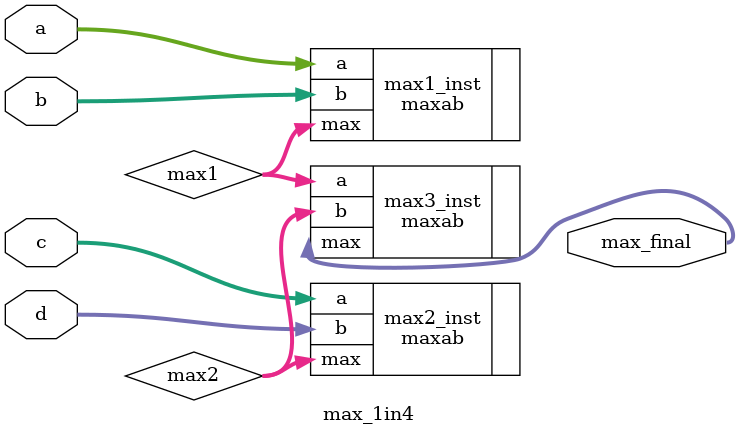
<source format=v>
`timescale 1ns / 1ps

module max_1in4(
    a,
    b,
    c,
    d,
    max_final
    );
    
    input wire [31:0] a, b, c, d;
    output [31:0] max_final;
    wire [31:0] max1, max2;
    
maxab max1_inst(
    .a(a),
    .b(b),
    .max(max1)
    );

maxab max2_inst(
    .a(c),
    .b(d),
    .max(max2)
    );
    
maxab max3_inst(
    .a(max1),
    .b(max2),
    .max(max_final)
    );
endmodule

</source>
